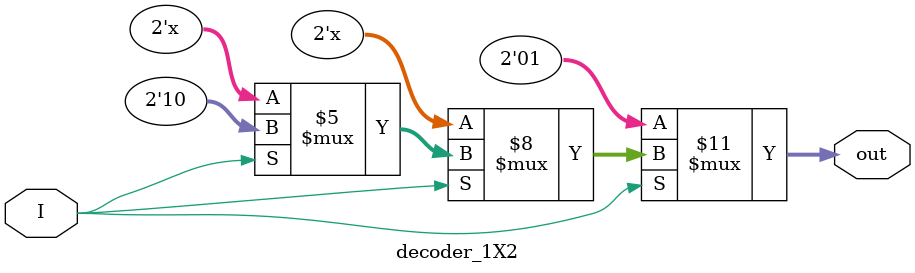
<source format=v>
`timescale 1ns / 1ps


//module decoder_1X2(
//    input I,
//    output reg [1:0]out
//    );
//    always@(*)
//    begin
//    case(I)
//    1'b0:
//    out = 2'b01;
//    1'b1:
//    out = 2'b10;
//    default: out = 2'bxx; // Undefined case
//    endcase
//    end
//endmodule

module decoder_1X2(
    input I,
    output reg [1:0]out
    );
    always@(*)
    begin
    if(I==1'b0)
    out = 2'b01;
    else if(I==1'b1)
    out = 2'b10;
    else
    out = 2'bxx;
    end
endmodule

</source>
